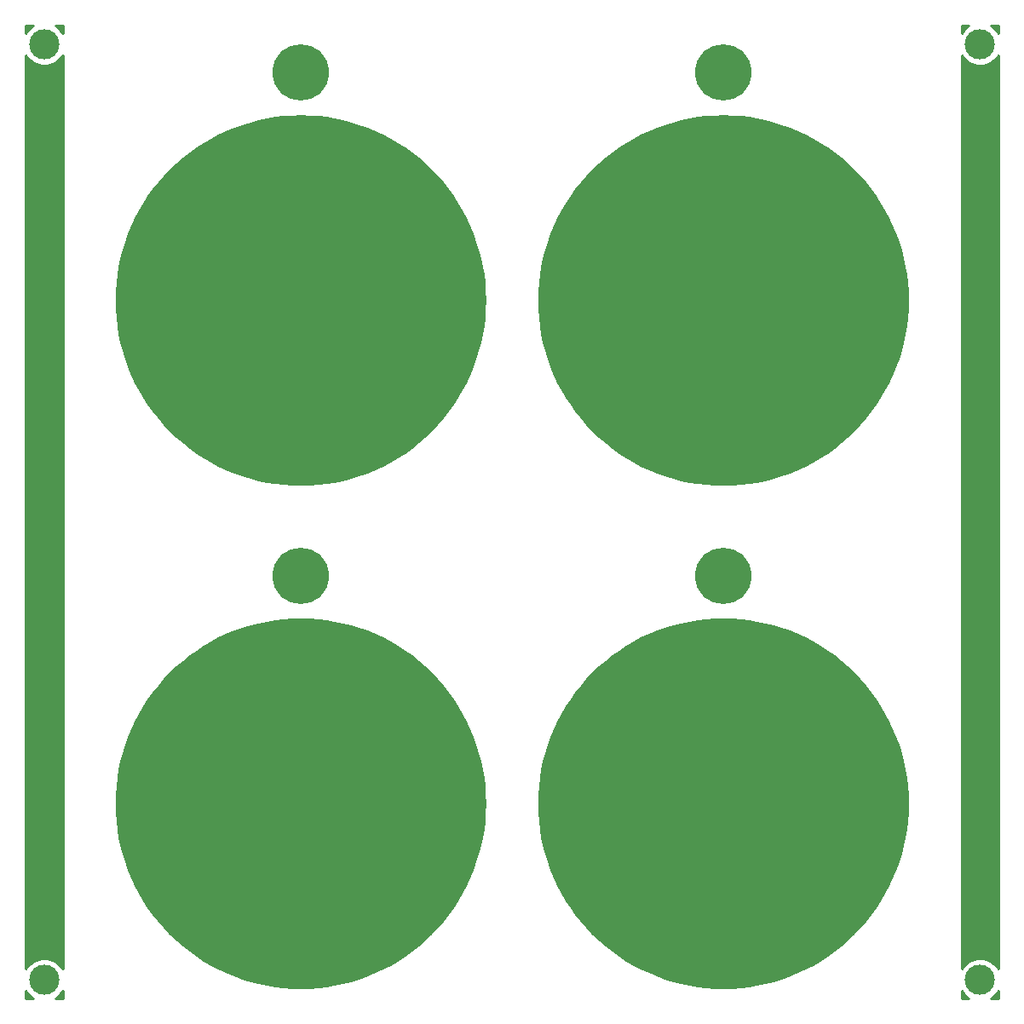
<source format=gbl>
%MOIN*%
%OFA0B0*%
%FSLAX46Y46*%
%IPPOS*%
%LPD*%
%ADD10C,0.22047244094488189*%
%ADD11C,0.01*%
%ADD22C,0.22047244094488189*%
%ADD23C,0.01*%
%ADD24C,0.22047244094488189*%
%ADD25C,0.01*%
%ADD26C,0.22047244094488189*%
%ADD27C,0.01*%
%ADD28C,0.11811023622047245*%
%ADD29C,0.01*%
%ADD30C,0.11811023622047245*%
%ADD31C,0.01*%
D10*
X-0004409448Y0007047244D02*
X0001140551Y0003687244D03*
D11*
G36*
X0001173803Y0003516474D02*
G01*
X0001206983Y0003514171D01*
X0001240024Y0003510338D01*
X0001272850Y0003504983D01*
X0001305394Y0003498118D01*
X0001337588Y0003489757D01*
X0001369360Y0003479918D01*
X0001400644Y0003468622D01*
X0001431373Y0003455894D01*
X0001461482Y0003441760D01*
X0001490905Y0003426250D01*
X0001519581Y0003409399D01*
X0001547448Y0003391241D01*
X0001574447Y0003371815D01*
X0001600519Y0003351163D01*
X0001625611Y0003329329D01*
X0001649667Y0003306360D01*
X0001672636Y0003282304D01*
X0001694470Y0003257212D01*
X0001715122Y0003231140D01*
X0001734548Y0003204141D01*
X0001752706Y0003176274D01*
X0001769557Y0003147598D01*
X0001785067Y0003118175D01*
X0001799201Y0003088066D01*
X0001811930Y0003057337D01*
X0001823225Y0003026053D01*
X0001833064Y0002994281D01*
X0001841425Y0002962087D01*
X0001848290Y0002929543D01*
X0001853645Y0002896716D01*
X0001857478Y0002863676D01*
X0001859781Y0002830496D01*
X0001860549Y0002797244D01*
X0001859781Y0002763992D01*
X0001857478Y0002730811D01*
X0001853645Y0002697771D01*
X0001848290Y0002664944D01*
X0001841425Y0002632400D01*
X0001833064Y0002600206D01*
X0001823225Y0002568435D01*
X0001811930Y0002537150D01*
X0001799201Y0002506421D01*
X0001785067Y0002476313D01*
X0001769557Y0002446889D01*
X0001752706Y0002418213D01*
X0001734548Y0002390346D01*
X0001715122Y0002363347D01*
X0001694470Y0002337275D01*
X0001672636Y0002312184D01*
X0001649667Y0002288128D01*
X0001625611Y0002265158D01*
X0001600519Y0002243324D01*
X0001574447Y0002222672D01*
X0001547448Y0002203246D01*
X0001519581Y0002185089D01*
X0001490905Y0002168237D01*
X0001461482Y0002152727D01*
X0001431373Y0002138593D01*
X0001400644Y0002125865D01*
X0001369360Y0002114569D01*
X0001337588Y0002104731D01*
X0001305394Y0002096369D01*
X0001272850Y0002089504D01*
X0001240024Y0002084149D01*
X0001206983Y0002080316D01*
X0001173803Y0002078013D01*
X0001140551Y0002077245D01*
X0001107299Y0002078013D01*
X0001074118Y0002080316D01*
X0001041078Y0002084149D01*
X0001008251Y0002089504D01*
X0000975707Y0002096369D01*
X0000943513Y0002104731D01*
X0000911742Y0002114569D01*
X0000880457Y0002125865D01*
X0000849728Y0002138593D01*
X0000819620Y0002152727D01*
X0000790196Y0002168237D01*
X0000761520Y0002185089D01*
X0000733653Y0002203246D01*
X0000706654Y0002222672D01*
X0000680582Y0002243324D01*
X0000655491Y0002265158D01*
X0000631435Y0002288128D01*
X0000608465Y0002312184D01*
X0000586631Y0002337275D01*
X0000565979Y0002363347D01*
X0000546553Y0002390346D01*
X0000528396Y0002418213D01*
X0000511544Y0002446889D01*
X0000496034Y0002476313D01*
X0000481900Y0002506421D01*
X0000469172Y0002537150D01*
X0000457876Y0002568435D01*
X0000448038Y0002600206D01*
X0000439676Y0002632400D01*
X0000432811Y0002664944D01*
X0000427457Y0002697771D01*
X0000423623Y0002730811D01*
X0000421320Y0002763992D01*
X0000420552Y0002797244D01*
X0000421320Y0002830496D01*
X0000423623Y0002863676D01*
X0000427457Y0002896716D01*
X0000432811Y0002929543D01*
X0000439676Y0002962087D01*
X0000448038Y0002994281D01*
X0000457876Y0003026053D01*
X0000469172Y0003057337D01*
X0000481900Y0003088066D01*
X0000496034Y0003118175D01*
X0000511544Y0003147598D01*
X0000528396Y0003176274D01*
X0000546553Y0003204141D01*
X0000565979Y0003231140D01*
X0000586631Y0003257212D01*
X0000608465Y0003282304D01*
X0000631435Y0003306360D01*
X0000655491Y0003329329D01*
X0000680582Y0003351163D01*
X0000706654Y0003371815D01*
X0000733653Y0003391241D01*
X0000761520Y0003409399D01*
X0000790196Y0003426250D01*
X0000819620Y0003441760D01*
X0000849728Y0003455894D01*
X0000880457Y0003468622D01*
X0000911742Y0003479918D01*
X0000943513Y0003489757D01*
X0000975707Y0003498118D01*
X0001008251Y0003504983D01*
X0001041078Y0003510338D01*
X0001074118Y0003514171D01*
X0001107299Y0003516474D01*
X0001140551Y0003517242D01*
X0001173803Y0003516474D01*
X0001173803Y0003516474D01*
G37*
X0001173803Y0003516474D02*
X0001206983Y0003514171D01*
X0001240024Y0003510338D01*
X0001272850Y0003504983D01*
X0001305394Y0003498118D01*
X0001337588Y0003489757D01*
X0001369360Y0003479918D01*
X0001400644Y0003468622D01*
X0001431373Y0003455894D01*
X0001461482Y0003441760D01*
X0001490905Y0003426250D01*
X0001519581Y0003409399D01*
X0001547448Y0003391241D01*
X0001574447Y0003371815D01*
X0001600519Y0003351163D01*
X0001625611Y0003329329D01*
X0001649667Y0003306360D01*
X0001672636Y0003282304D01*
X0001694470Y0003257212D01*
X0001715122Y0003231140D01*
X0001734548Y0003204141D01*
X0001752706Y0003176274D01*
X0001769557Y0003147598D01*
X0001785067Y0003118175D01*
X0001799201Y0003088066D01*
X0001811930Y0003057337D01*
X0001823225Y0003026053D01*
X0001833064Y0002994281D01*
X0001841425Y0002962087D01*
X0001848290Y0002929543D01*
X0001853645Y0002896716D01*
X0001857478Y0002863676D01*
X0001859781Y0002830496D01*
X0001860549Y0002797244D01*
X0001859781Y0002763992D01*
X0001857478Y0002730811D01*
X0001853645Y0002697771D01*
X0001848290Y0002664944D01*
X0001841425Y0002632400D01*
X0001833064Y0002600206D01*
X0001823225Y0002568435D01*
X0001811930Y0002537150D01*
X0001799201Y0002506421D01*
X0001785067Y0002476313D01*
X0001769557Y0002446889D01*
X0001752706Y0002418213D01*
X0001734548Y0002390346D01*
X0001715122Y0002363347D01*
X0001694470Y0002337275D01*
X0001672636Y0002312184D01*
X0001649667Y0002288128D01*
X0001625611Y0002265158D01*
X0001600519Y0002243324D01*
X0001574447Y0002222672D01*
X0001547448Y0002203246D01*
X0001519581Y0002185089D01*
X0001490905Y0002168237D01*
X0001461482Y0002152727D01*
X0001431373Y0002138593D01*
X0001400644Y0002125865D01*
X0001369360Y0002114569D01*
X0001337588Y0002104731D01*
X0001305394Y0002096369D01*
X0001272850Y0002089504D01*
X0001240024Y0002084149D01*
X0001206983Y0002080316D01*
X0001173803Y0002078013D01*
X0001140551Y0002077245D01*
X0001107299Y0002078013D01*
X0001074118Y0002080316D01*
X0001041078Y0002084149D01*
X0001008251Y0002089504D01*
X0000975707Y0002096369D01*
X0000943513Y0002104731D01*
X0000911742Y0002114569D01*
X0000880457Y0002125865D01*
X0000849728Y0002138593D01*
X0000819620Y0002152727D01*
X0000790196Y0002168237D01*
X0000761520Y0002185089D01*
X0000733653Y0002203246D01*
X0000706654Y0002222672D01*
X0000680582Y0002243324D01*
X0000655491Y0002265158D01*
X0000631435Y0002288128D01*
X0000608465Y0002312184D01*
X0000586631Y0002337275D01*
X0000565979Y0002363347D01*
X0000546553Y0002390346D01*
X0000528396Y0002418213D01*
X0000511544Y0002446889D01*
X0000496034Y0002476313D01*
X0000481900Y0002506421D01*
X0000469172Y0002537150D01*
X0000457876Y0002568435D01*
X0000448038Y0002600206D01*
X0000439676Y0002632400D01*
X0000432811Y0002664944D01*
X0000427457Y0002697771D01*
X0000423623Y0002730811D01*
X0000421320Y0002763992D01*
X0000420552Y0002797244D01*
X0000421320Y0002830496D01*
X0000423623Y0002863676D01*
X0000427457Y0002896716D01*
X0000432811Y0002929543D01*
X0000439676Y0002962087D01*
X0000448038Y0002994281D01*
X0000457876Y0003026053D01*
X0000469172Y0003057337D01*
X0000481900Y0003088066D01*
X0000496034Y0003118175D01*
X0000511544Y0003147598D01*
X0000528396Y0003176274D01*
X0000546553Y0003204141D01*
X0000565979Y0003231140D01*
X0000586631Y0003257212D01*
X0000608465Y0003282304D01*
X0000631435Y0003306360D01*
X0000655491Y0003329329D01*
X0000680582Y0003351163D01*
X0000706654Y0003371815D01*
X0000733653Y0003391241D01*
X0000761520Y0003409399D01*
X0000790196Y0003426250D01*
X0000819620Y0003441760D01*
X0000849728Y0003455894D01*
X0000880457Y0003468622D01*
X0000911742Y0003479918D01*
X0000943513Y0003489757D01*
X0000975707Y0003498118D01*
X0001008251Y0003504983D01*
X0001041078Y0003510338D01*
X0001074118Y0003514171D01*
X0001107299Y0003516474D01*
X0001140551Y0003517242D01*
X0001173803Y0003516474D01*
G04 next file*
G04 #@! TF.GenerationSoftware,KiCad,Pcbnew,(5.1.4)-1*
G04 #@! TF.CreationDate,2019-09-21T21:19:18-07:00*
G04 #@! TF.ProjectId,rudd_keychain_v2,72756464-5f6b-4657-9963-6861696e5f76,A*
G04 #@! TF.SameCoordinates,Original*
G04 #@! TF.FileFunction,Copper,L2,Bot*
G04 #@! TF.FilePolarity,Positive*
G04 Gerber Fmt 4.6, Leading zero omitted, Abs format (unit mm)*
G04 Created by KiCad (PCBNEW (5.1.4)-1) date 2019-09-21 21:19:18*
G04 APERTURE LIST*
G04 APERTURE END LIST*
D22*
X-0002755905Y0007047244D02*
X0002794094Y0003687244D03*
D23*
G36*
X0002827346Y0003516474D02*
G01*
X0002860527Y0003514171D01*
X0002893567Y0003510338D01*
X0002926393Y0003504983D01*
X0002958938Y0003498118D01*
X0002991132Y0003489757D01*
X0003022903Y0003479918D01*
X0003054187Y0003468622D01*
X0003084917Y0003455894D01*
X0003115025Y0003441760D01*
X0003144449Y0003426250D01*
X0003173125Y0003409399D01*
X0003200991Y0003391241D01*
X0003227990Y0003371815D01*
X0003254063Y0003351163D01*
X0003279154Y0003329329D01*
X0003303210Y0003306360D01*
X0003326179Y0003282304D01*
X0003348014Y0003257212D01*
X0003368665Y0003231140D01*
X0003388091Y0003204141D01*
X0003406249Y0003176274D01*
X0003423101Y0003147598D01*
X0003438610Y0003118175D01*
X0003452744Y0003088066D01*
X0003465473Y0003057337D01*
X0003476769Y0003026053D01*
X0003486607Y0002994281D01*
X0003494968Y0002962087D01*
X0003501833Y0002929543D01*
X0003507188Y0002896716D01*
X0003511021Y0002863676D01*
X0003513324Y0002830496D01*
X0003514093Y0002797244D01*
X0003513324Y0002763992D01*
X0003511021Y0002730811D01*
X0003507188Y0002697771D01*
X0003501833Y0002664944D01*
X0003494968Y0002632400D01*
X0003486607Y0002600206D01*
X0003476769Y0002568435D01*
X0003465473Y0002537150D01*
X0003452744Y0002506421D01*
X0003438610Y0002476313D01*
X0003423101Y0002446889D01*
X0003406249Y0002418213D01*
X0003388091Y0002390346D01*
X0003368665Y0002363347D01*
X0003348014Y0002337275D01*
X0003326179Y0002312184D01*
X0003303210Y0002288128D01*
X0003279154Y0002265158D01*
X0003254063Y0002243324D01*
X0003227990Y0002222672D01*
X0003200991Y0002203246D01*
X0003173125Y0002185089D01*
X0003144449Y0002168237D01*
X0003115025Y0002152727D01*
X0003084917Y0002138593D01*
X0003054187Y0002125865D01*
X0003022903Y0002114569D01*
X0002991132Y0002104731D01*
X0002958938Y0002096369D01*
X0002926393Y0002089504D01*
X0002893567Y0002084149D01*
X0002860527Y0002080316D01*
X0002827346Y0002078013D01*
X0002794094Y0002077245D01*
X0002760842Y0002078013D01*
X0002727661Y0002080316D01*
X0002694621Y0002084149D01*
X0002661795Y0002089504D01*
X0002629250Y0002096369D01*
X0002597056Y0002104731D01*
X0002565285Y0002114569D01*
X0002534001Y0002125865D01*
X0002503271Y0002138593D01*
X0002473163Y0002152727D01*
X0002443739Y0002168237D01*
X0002415063Y0002185089D01*
X0002387197Y0002203246D01*
X0002360198Y0002222672D01*
X0002334125Y0002243324D01*
X0002309034Y0002265158D01*
X0002284978Y0002288128D01*
X0002262009Y0002312184D01*
X0002240174Y0002337275D01*
X0002219523Y0002363347D01*
X0002200097Y0002390346D01*
X0002181939Y0002418213D01*
X0002165087Y0002446889D01*
X0002149578Y0002476313D01*
X0002135444Y0002506421D01*
X0002122715Y0002537150D01*
X0002111419Y0002568435D01*
X0002101581Y0002600206D01*
X0002093220Y0002632400D01*
X0002086355Y0002664944D01*
X0002081000Y0002697771D01*
X0002077167Y0002730811D01*
X0002074864Y0002763992D01*
X0002074095Y0002797244D01*
X0002074864Y0002830496D01*
X0002077167Y0002863676D01*
X0002081000Y0002896716D01*
X0002086355Y0002929543D01*
X0002093220Y0002962087D01*
X0002101581Y0002994281D01*
X0002111419Y0003026053D01*
X0002122715Y0003057337D01*
X0002135444Y0003088066D01*
X0002149578Y0003118175D01*
X0002165087Y0003147598D01*
X0002181939Y0003176274D01*
X0002200097Y0003204141D01*
X0002219523Y0003231140D01*
X0002240174Y0003257212D01*
X0002262009Y0003282304D01*
X0002284978Y0003306360D01*
X0002309034Y0003329329D01*
X0002334125Y0003351163D01*
X0002360198Y0003371815D01*
X0002387197Y0003391241D01*
X0002415063Y0003409399D01*
X0002443739Y0003426250D01*
X0002473163Y0003441760D01*
X0002503271Y0003455894D01*
X0002534001Y0003468622D01*
X0002565285Y0003479918D01*
X0002597056Y0003489757D01*
X0002629250Y0003498118D01*
X0002661795Y0003504983D01*
X0002694621Y0003510338D01*
X0002727661Y0003514171D01*
X0002760842Y0003516474D01*
X0002794094Y0003517242D01*
X0002827346Y0003516474D01*
X0002827346Y0003516474D01*
G37*
X0002827346Y0003516474D02*
X0002860527Y0003514171D01*
X0002893567Y0003510338D01*
X0002926393Y0003504983D01*
X0002958938Y0003498118D01*
X0002991132Y0003489757D01*
X0003022903Y0003479918D01*
X0003054187Y0003468622D01*
X0003084917Y0003455894D01*
X0003115025Y0003441760D01*
X0003144449Y0003426250D01*
X0003173125Y0003409399D01*
X0003200991Y0003391241D01*
X0003227990Y0003371815D01*
X0003254063Y0003351163D01*
X0003279154Y0003329329D01*
X0003303210Y0003306360D01*
X0003326179Y0003282304D01*
X0003348014Y0003257212D01*
X0003368665Y0003231140D01*
X0003388091Y0003204141D01*
X0003406249Y0003176274D01*
X0003423101Y0003147598D01*
X0003438610Y0003118175D01*
X0003452744Y0003088066D01*
X0003465473Y0003057337D01*
X0003476769Y0003026053D01*
X0003486607Y0002994281D01*
X0003494968Y0002962087D01*
X0003501833Y0002929543D01*
X0003507188Y0002896716D01*
X0003511021Y0002863676D01*
X0003513324Y0002830496D01*
X0003514093Y0002797244D01*
X0003513324Y0002763992D01*
X0003511021Y0002730811D01*
X0003507188Y0002697771D01*
X0003501833Y0002664944D01*
X0003494968Y0002632400D01*
X0003486607Y0002600206D01*
X0003476769Y0002568435D01*
X0003465473Y0002537150D01*
X0003452744Y0002506421D01*
X0003438610Y0002476313D01*
X0003423101Y0002446889D01*
X0003406249Y0002418213D01*
X0003388091Y0002390346D01*
X0003368665Y0002363347D01*
X0003348014Y0002337275D01*
X0003326179Y0002312184D01*
X0003303210Y0002288128D01*
X0003279154Y0002265158D01*
X0003254063Y0002243324D01*
X0003227990Y0002222672D01*
X0003200991Y0002203246D01*
X0003173125Y0002185089D01*
X0003144449Y0002168237D01*
X0003115025Y0002152727D01*
X0003084917Y0002138593D01*
X0003054187Y0002125865D01*
X0003022903Y0002114569D01*
X0002991132Y0002104731D01*
X0002958938Y0002096369D01*
X0002926393Y0002089504D01*
X0002893567Y0002084149D01*
X0002860527Y0002080316D01*
X0002827346Y0002078013D01*
X0002794094Y0002077245D01*
X0002760842Y0002078013D01*
X0002727661Y0002080316D01*
X0002694621Y0002084149D01*
X0002661795Y0002089504D01*
X0002629250Y0002096369D01*
X0002597056Y0002104731D01*
X0002565285Y0002114569D01*
X0002534001Y0002125865D01*
X0002503271Y0002138593D01*
X0002473163Y0002152727D01*
X0002443739Y0002168237D01*
X0002415063Y0002185089D01*
X0002387197Y0002203246D01*
X0002360198Y0002222672D01*
X0002334125Y0002243324D01*
X0002309034Y0002265158D01*
X0002284978Y0002288128D01*
X0002262009Y0002312184D01*
X0002240174Y0002337275D01*
X0002219523Y0002363347D01*
X0002200097Y0002390346D01*
X0002181939Y0002418213D01*
X0002165087Y0002446889D01*
X0002149578Y0002476313D01*
X0002135444Y0002506421D01*
X0002122715Y0002537150D01*
X0002111419Y0002568435D01*
X0002101581Y0002600206D01*
X0002093220Y0002632400D01*
X0002086355Y0002664944D01*
X0002081000Y0002697771D01*
X0002077167Y0002730811D01*
X0002074864Y0002763992D01*
X0002074095Y0002797244D01*
X0002074864Y0002830496D01*
X0002077167Y0002863676D01*
X0002081000Y0002896716D01*
X0002086355Y0002929543D01*
X0002093220Y0002962087D01*
X0002101581Y0002994281D01*
X0002111419Y0003026053D01*
X0002122715Y0003057337D01*
X0002135444Y0003088066D01*
X0002149578Y0003118175D01*
X0002165087Y0003147598D01*
X0002181939Y0003176274D01*
X0002200097Y0003204141D01*
X0002219523Y0003231140D01*
X0002240174Y0003257212D01*
X0002262009Y0003282304D01*
X0002284978Y0003306360D01*
X0002309034Y0003329329D01*
X0002334125Y0003351163D01*
X0002360198Y0003371815D01*
X0002387197Y0003391241D01*
X0002415063Y0003409399D01*
X0002443739Y0003426250D01*
X0002473163Y0003441760D01*
X0002503271Y0003455894D01*
X0002534001Y0003468622D01*
X0002565285Y0003479918D01*
X0002597056Y0003489757D01*
X0002629250Y0003498118D01*
X0002661795Y0003504983D01*
X0002694621Y0003510338D01*
X0002727661Y0003514171D01*
X0002760842Y0003516474D01*
X0002794094Y0003517242D01*
X0002827346Y0003516474D01*
G04 next file*
G04 #@! TF.GenerationSoftware,KiCad,Pcbnew,(5.1.4)-1*
G04 #@! TF.CreationDate,2019-09-21T21:19:18-07:00*
G04 #@! TF.ProjectId,rudd_keychain_v2,72756464-5f6b-4657-9963-6861696e5f76,A*
G04 #@! TF.SameCoordinates,Original*
G04 #@! TF.FileFunction,Copper,L2,Bot*
G04 #@! TF.FilePolarity,Positive*
G04 Gerber Fmt 4.6, Leading zero omitted, Abs format (unit mm)*
G04 Created by KiCad (PCBNEW (5.1.4)-1) date 2019-09-21 21:19:18*
G04 APERTURE LIST*
G04 APERTURE END LIST*
D24*
X-0004409448Y0005078740D02*
X0001140551Y0001718740D03*
D25*
G36*
X0001173803Y0001547970D02*
G01*
X0001206983Y0001545667D01*
X0001240024Y0001541834D01*
X0001272850Y0001536479D01*
X0001305394Y0001529614D01*
X0001337588Y0001521253D01*
X0001369360Y0001511414D01*
X0001400644Y0001500119D01*
X0001431373Y0001487390D01*
X0001461482Y0001473256D01*
X0001490905Y0001457746D01*
X0001519581Y0001440895D01*
X0001547448Y0001422737D01*
X0001574447Y0001403311D01*
X0001600519Y0001382659D01*
X0001625611Y0001360825D01*
X0001649667Y0001337856D01*
X0001672636Y0001313800D01*
X0001694470Y0001288708D01*
X0001715122Y0001262636D01*
X0001734548Y0001235637D01*
X0001752706Y0001207770D01*
X0001769557Y0001179094D01*
X0001785067Y0001149671D01*
X0001799201Y0001119562D01*
X0001811930Y0001088833D01*
X0001823225Y0001057549D01*
X0001833064Y0001025777D01*
X0001841425Y0000993583D01*
X0001848290Y0000961039D01*
X0001853645Y0000928212D01*
X0001857478Y0000895172D01*
X0001859781Y0000861992D01*
X0001860549Y0000828740D01*
X0001859781Y0000795488D01*
X0001857478Y0000762307D01*
X0001853645Y0000729267D01*
X0001848290Y0000696440D01*
X0001841425Y0000663896D01*
X0001833064Y0000631702D01*
X0001823225Y0000599931D01*
X0001811930Y0000568647D01*
X0001799201Y0000537917D01*
X0001785067Y0000507809D01*
X0001769557Y0000478385D01*
X0001752706Y0000449709D01*
X0001734548Y0000421842D01*
X0001715122Y0000394843D01*
X0001694470Y0000368771D01*
X0001672636Y0000343680D01*
X0001649667Y0000319624D01*
X0001625611Y0000296654D01*
X0001600519Y0000274820D01*
X0001574447Y0000254168D01*
X0001547448Y0000234742D01*
X0001519581Y0000216585D01*
X0001490905Y0000199733D01*
X0001461482Y0000184223D01*
X0001431373Y0000170089D01*
X0001400644Y0000157361D01*
X0001369360Y0000146065D01*
X0001337588Y0000136227D01*
X0001305394Y0000127865D01*
X0001272850Y0000121000D01*
X0001240024Y0000115646D01*
X0001206983Y0000111812D01*
X0001173803Y0000109509D01*
X0001140551Y0000108741D01*
X0001107299Y0000109509D01*
X0001074118Y0000111812D01*
X0001041078Y0000115646D01*
X0001008251Y0000121000D01*
X0000975707Y0000127865D01*
X0000943513Y0000136227D01*
X0000911742Y0000146065D01*
X0000880457Y0000157361D01*
X0000849728Y0000170089D01*
X0000819620Y0000184223D01*
X0000790196Y0000199733D01*
X0000761520Y0000216585D01*
X0000733653Y0000234742D01*
X0000706654Y0000254168D01*
X0000680582Y0000274820D01*
X0000655491Y0000296654D01*
X0000631435Y0000319624D01*
X0000608465Y0000343680D01*
X0000586631Y0000368771D01*
X0000565979Y0000394843D01*
X0000546553Y0000421842D01*
X0000528396Y0000449709D01*
X0000511544Y0000478385D01*
X0000496034Y0000507809D01*
X0000481900Y0000537917D01*
X0000469172Y0000568647D01*
X0000457876Y0000599931D01*
X0000448038Y0000631702D01*
X0000439676Y0000663896D01*
X0000432811Y0000696440D01*
X0000427457Y0000729267D01*
X0000423623Y0000762307D01*
X0000421320Y0000795488D01*
X0000420552Y0000828740D01*
X0000421320Y0000861992D01*
X0000423623Y0000895172D01*
X0000427457Y0000928212D01*
X0000432811Y0000961039D01*
X0000439676Y0000993583D01*
X0000448038Y0001025777D01*
X0000457876Y0001057549D01*
X0000469172Y0001088833D01*
X0000481900Y0001119562D01*
X0000496034Y0001149671D01*
X0000511544Y0001179094D01*
X0000528396Y0001207770D01*
X0000546553Y0001235637D01*
X0000565979Y0001262636D01*
X0000586631Y0001288708D01*
X0000608465Y0001313800D01*
X0000631435Y0001337856D01*
X0000655491Y0001360825D01*
X0000680582Y0001382659D01*
X0000706654Y0001403311D01*
X0000733653Y0001422737D01*
X0000761520Y0001440895D01*
X0000790196Y0001457746D01*
X0000819620Y0001473256D01*
X0000849728Y0001487390D01*
X0000880457Y0001500119D01*
X0000911742Y0001511414D01*
X0000943513Y0001521253D01*
X0000975707Y0001529614D01*
X0001008251Y0001536479D01*
X0001041078Y0001541834D01*
X0001074118Y0001545667D01*
X0001107299Y0001547970D01*
X0001140551Y0001548738D01*
X0001173803Y0001547970D01*
X0001173803Y0001547970D01*
G37*
X0001173803Y0001547970D02*
X0001206983Y0001545667D01*
X0001240024Y0001541834D01*
X0001272850Y0001536479D01*
X0001305394Y0001529614D01*
X0001337588Y0001521253D01*
X0001369360Y0001511414D01*
X0001400644Y0001500119D01*
X0001431373Y0001487390D01*
X0001461482Y0001473256D01*
X0001490905Y0001457746D01*
X0001519581Y0001440895D01*
X0001547448Y0001422737D01*
X0001574447Y0001403311D01*
X0001600519Y0001382659D01*
X0001625611Y0001360825D01*
X0001649667Y0001337856D01*
X0001672636Y0001313800D01*
X0001694470Y0001288708D01*
X0001715122Y0001262636D01*
X0001734548Y0001235637D01*
X0001752706Y0001207770D01*
X0001769557Y0001179094D01*
X0001785067Y0001149671D01*
X0001799201Y0001119562D01*
X0001811930Y0001088833D01*
X0001823225Y0001057549D01*
X0001833064Y0001025777D01*
X0001841425Y0000993583D01*
X0001848290Y0000961039D01*
X0001853645Y0000928212D01*
X0001857478Y0000895172D01*
X0001859781Y0000861992D01*
X0001860549Y0000828740D01*
X0001859781Y0000795488D01*
X0001857478Y0000762307D01*
X0001853645Y0000729267D01*
X0001848290Y0000696440D01*
X0001841425Y0000663896D01*
X0001833064Y0000631702D01*
X0001823225Y0000599931D01*
X0001811930Y0000568647D01*
X0001799201Y0000537917D01*
X0001785067Y0000507809D01*
X0001769557Y0000478385D01*
X0001752706Y0000449709D01*
X0001734548Y0000421842D01*
X0001715122Y0000394843D01*
X0001694470Y0000368771D01*
X0001672636Y0000343680D01*
X0001649667Y0000319624D01*
X0001625611Y0000296654D01*
X0001600519Y0000274820D01*
X0001574447Y0000254168D01*
X0001547448Y0000234742D01*
X0001519581Y0000216585D01*
X0001490905Y0000199733D01*
X0001461482Y0000184223D01*
X0001431373Y0000170089D01*
X0001400644Y0000157361D01*
X0001369360Y0000146065D01*
X0001337588Y0000136227D01*
X0001305394Y0000127865D01*
X0001272850Y0000121000D01*
X0001240024Y0000115646D01*
X0001206983Y0000111812D01*
X0001173803Y0000109509D01*
X0001140551Y0000108741D01*
X0001107299Y0000109509D01*
X0001074118Y0000111812D01*
X0001041078Y0000115646D01*
X0001008251Y0000121000D01*
X0000975707Y0000127865D01*
X0000943513Y0000136227D01*
X0000911742Y0000146065D01*
X0000880457Y0000157361D01*
X0000849728Y0000170089D01*
X0000819620Y0000184223D01*
X0000790196Y0000199733D01*
X0000761520Y0000216585D01*
X0000733653Y0000234742D01*
X0000706654Y0000254168D01*
X0000680582Y0000274820D01*
X0000655491Y0000296654D01*
X0000631435Y0000319624D01*
X0000608465Y0000343680D01*
X0000586631Y0000368771D01*
X0000565979Y0000394843D01*
X0000546553Y0000421842D01*
X0000528396Y0000449709D01*
X0000511544Y0000478385D01*
X0000496034Y0000507809D01*
X0000481900Y0000537917D01*
X0000469172Y0000568647D01*
X0000457876Y0000599931D01*
X0000448038Y0000631702D01*
X0000439676Y0000663896D01*
X0000432811Y0000696440D01*
X0000427457Y0000729267D01*
X0000423623Y0000762307D01*
X0000421320Y0000795488D01*
X0000420552Y0000828740D01*
X0000421320Y0000861992D01*
X0000423623Y0000895172D01*
X0000427457Y0000928212D01*
X0000432811Y0000961039D01*
X0000439676Y0000993583D01*
X0000448038Y0001025777D01*
X0000457876Y0001057549D01*
X0000469172Y0001088833D01*
X0000481900Y0001119562D01*
X0000496034Y0001149671D01*
X0000511544Y0001179094D01*
X0000528396Y0001207770D01*
X0000546553Y0001235637D01*
X0000565979Y0001262636D01*
X0000586631Y0001288708D01*
X0000608465Y0001313800D01*
X0000631435Y0001337856D01*
X0000655491Y0001360825D01*
X0000680582Y0001382659D01*
X0000706654Y0001403311D01*
X0000733653Y0001422737D01*
X0000761520Y0001440895D01*
X0000790196Y0001457746D01*
X0000819620Y0001473256D01*
X0000849728Y0001487390D01*
X0000880457Y0001500119D01*
X0000911742Y0001511414D01*
X0000943513Y0001521253D01*
X0000975707Y0001529614D01*
X0001008251Y0001536479D01*
X0001041078Y0001541834D01*
X0001074118Y0001545667D01*
X0001107299Y0001547970D01*
X0001140551Y0001548738D01*
X0001173803Y0001547970D01*
G04 next file*
G04 #@! TF.GenerationSoftware,KiCad,Pcbnew,(5.1.4)-1*
G04 #@! TF.CreationDate,2019-09-21T21:19:18-07:00*
G04 #@! TF.ProjectId,rudd_keychain_v2,72756464-5f6b-4657-9963-6861696e5f76,A*
G04 #@! TF.SameCoordinates,Original*
G04 #@! TF.FileFunction,Copper,L2,Bot*
G04 #@! TF.FilePolarity,Positive*
G04 Gerber Fmt 4.6, Leading zero omitted, Abs format (unit mm)*
G04 Created by KiCad (PCBNEW (5.1.4)-1) date 2019-09-21 21:19:18*
G04 APERTURE LIST*
G04 APERTURE END LIST*
D26*
X-0002755905Y0005078740D02*
X0002794094Y0001718740D03*
D27*
G36*
X0002827346Y0001547970D02*
G01*
X0002860527Y0001545667D01*
X0002893567Y0001541834D01*
X0002926393Y0001536479D01*
X0002958938Y0001529614D01*
X0002991132Y0001521253D01*
X0003022903Y0001511414D01*
X0003054187Y0001500119D01*
X0003084917Y0001487390D01*
X0003115025Y0001473256D01*
X0003144449Y0001457746D01*
X0003173125Y0001440895D01*
X0003200991Y0001422737D01*
X0003227990Y0001403311D01*
X0003254063Y0001382659D01*
X0003279154Y0001360825D01*
X0003303210Y0001337856D01*
X0003326179Y0001313800D01*
X0003348014Y0001288708D01*
X0003368665Y0001262636D01*
X0003388091Y0001235637D01*
X0003406249Y0001207770D01*
X0003423101Y0001179094D01*
X0003438610Y0001149671D01*
X0003452744Y0001119562D01*
X0003465473Y0001088833D01*
X0003476769Y0001057549D01*
X0003486607Y0001025777D01*
X0003494968Y0000993583D01*
X0003501833Y0000961039D01*
X0003507188Y0000928212D01*
X0003511021Y0000895172D01*
X0003513324Y0000861992D01*
X0003514093Y0000828740D01*
X0003513324Y0000795488D01*
X0003511021Y0000762307D01*
X0003507188Y0000729267D01*
X0003501833Y0000696440D01*
X0003494968Y0000663896D01*
X0003486607Y0000631702D01*
X0003476769Y0000599931D01*
X0003465473Y0000568647D01*
X0003452744Y0000537917D01*
X0003438610Y0000507809D01*
X0003423101Y0000478385D01*
X0003406249Y0000449709D01*
X0003388091Y0000421842D01*
X0003368665Y0000394843D01*
X0003348014Y0000368771D01*
X0003326179Y0000343680D01*
X0003303210Y0000319624D01*
X0003279154Y0000296654D01*
X0003254063Y0000274820D01*
X0003227990Y0000254168D01*
X0003200991Y0000234742D01*
X0003173125Y0000216585D01*
X0003144449Y0000199733D01*
X0003115025Y0000184223D01*
X0003084917Y0000170089D01*
X0003054187Y0000157361D01*
X0003022903Y0000146065D01*
X0002991132Y0000136227D01*
X0002958938Y0000127865D01*
X0002926393Y0000121000D01*
X0002893567Y0000115646D01*
X0002860527Y0000111812D01*
X0002827346Y0000109509D01*
X0002794094Y0000108741D01*
X0002760842Y0000109509D01*
X0002727661Y0000111812D01*
X0002694621Y0000115646D01*
X0002661795Y0000121000D01*
X0002629250Y0000127865D01*
X0002597056Y0000136227D01*
X0002565285Y0000146065D01*
X0002534001Y0000157361D01*
X0002503271Y0000170089D01*
X0002473163Y0000184223D01*
X0002443739Y0000199733D01*
X0002415063Y0000216585D01*
X0002387197Y0000234742D01*
X0002360198Y0000254168D01*
X0002334125Y0000274820D01*
X0002309034Y0000296654D01*
X0002284978Y0000319624D01*
X0002262009Y0000343680D01*
X0002240174Y0000368771D01*
X0002219523Y0000394843D01*
X0002200097Y0000421842D01*
X0002181939Y0000449709D01*
X0002165087Y0000478385D01*
X0002149578Y0000507809D01*
X0002135444Y0000537917D01*
X0002122715Y0000568647D01*
X0002111419Y0000599931D01*
X0002101581Y0000631702D01*
X0002093220Y0000663896D01*
X0002086355Y0000696440D01*
X0002081000Y0000729267D01*
X0002077167Y0000762307D01*
X0002074864Y0000795488D01*
X0002074095Y0000828740D01*
X0002074864Y0000861992D01*
X0002077167Y0000895172D01*
X0002081000Y0000928212D01*
X0002086355Y0000961039D01*
X0002093220Y0000993583D01*
X0002101581Y0001025777D01*
X0002111419Y0001057549D01*
X0002122715Y0001088833D01*
X0002135444Y0001119562D01*
X0002149578Y0001149671D01*
X0002165087Y0001179094D01*
X0002181939Y0001207770D01*
X0002200097Y0001235637D01*
X0002219523Y0001262636D01*
X0002240174Y0001288708D01*
X0002262009Y0001313800D01*
X0002284978Y0001337856D01*
X0002309034Y0001360825D01*
X0002334125Y0001382659D01*
X0002360198Y0001403311D01*
X0002387197Y0001422737D01*
X0002415063Y0001440895D01*
X0002443739Y0001457746D01*
X0002473163Y0001473256D01*
X0002503271Y0001487390D01*
X0002534001Y0001500119D01*
X0002565285Y0001511414D01*
X0002597056Y0001521253D01*
X0002629250Y0001529614D01*
X0002661795Y0001536479D01*
X0002694621Y0001541834D01*
X0002727661Y0001545667D01*
X0002760842Y0001547970D01*
X0002794094Y0001548738D01*
X0002827346Y0001547970D01*
X0002827346Y0001547970D01*
G37*
X0002827346Y0001547970D02*
X0002860527Y0001545667D01*
X0002893567Y0001541834D01*
X0002926393Y0001536479D01*
X0002958938Y0001529614D01*
X0002991132Y0001521253D01*
X0003022903Y0001511414D01*
X0003054187Y0001500119D01*
X0003084917Y0001487390D01*
X0003115025Y0001473256D01*
X0003144449Y0001457746D01*
X0003173125Y0001440895D01*
X0003200991Y0001422737D01*
X0003227990Y0001403311D01*
X0003254063Y0001382659D01*
X0003279154Y0001360825D01*
X0003303210Y0001337856D01*
X0003326179Y0001313800D01*
X0003348014Y0001288708D01*
X0003368665Y0001262636D01*
X0003388091Y0001235637D01*
X0003406249Y0001207770D01*
X0003423101Y0001179094D01*
X0003438610Y0001149671D01*
X0003452744Y0001119562D01*
X0003465473Y0001088833D01*
X0003476769Y0001057549D01*
X0003486607Y0001025777D01*
X0003494968Y0000993583D01*
X0003501833Y0000961039D01*
X0003507188Y0000928212D01*
X0003511021Y0000895172D01*
X0003513324Y0000861992D01*
X0003514093Y0000828740D01*
X0003513324Y0000795488D01*
X0003511021Y0000762307D01*
X0003507188Y0000729267D01*
X0003501833Y0000696440D01*
X0003494968Y0000663896D01*
X0003486607Y0000631702D01*
X0003476769Y0000599931D01*
X0003465473Y0000568647D01*
X0003452744Y0000537917D01*
X0003438610Y0000507809D01*
X0003423101Y0000478385D01*
X0003406249Y0000449709D01*
X0003388091Y0000421842D01*
X0003368665Y0000394843D01*
X0003348014Y0000368771D01*
X0003326179Y0000343680D01*
X0003303210Y0000319624D01*
X0003279154Y0000296654D01*
X0003254063Y0000274820D01*
X0003227990Y0000254168D01*
X0003200991Y0000234742D01*
X0003173125Y0000216585D01*
X0003144449Y0000199733D01*
X0003115025Y0000184223D01*
X0003084917Y0000170089D01*
X0003054187Y0000157361D01*
X0003022903Y0000146065D01*
X0002991132Y0000136227D01*
X0002958938Y0000127865D01*
X0002926393Y0000121000D01*
X0002893567Y0000115646D01*
X0002860527Y0000111812D01*
X0002827346Y0000109509D01*
X0002794094Y0000108741D01*
X0002760842Y0000109509D01*
X0002727661Y0000111812D01*
X0002694621Y0000115646D01*
X0002661795Y0000121000D01*
X0002629250Y0000127865D01*
X0002597056Y0000136227D01*
X0002565285Y0000146065D01*
X0002534001Y0000157361D01*
X0002503271Y0000170089D01*
X0002473163Y0000184223D01*
X0002443739Y0000199733D01*
X0002415063Y0000216585D01*
X0002387197Y0000234742D01*
X0002360198Y0000254168D01*
X0002334125Y0000274820D01*
X0002309034Y0000296654D01*
X0002284978Y0000319624D01*
X0002262009Y0000343680D01*
X0002240174Y0000368771D01*
X0002219523Y0000394843D01*
X0002200097Y0000421842D01*
X0002181939Y0000449709D01*
X0002165087Y0000478385D01*
X0002149578Y0000507809D01*
X0002135444Y0000537917D01*
X0002122715Y0000568647D01*
X0002111419Y0000599931D01*
X0002101581Y0000631702D01*
X0002093220Y0000663896D01*
X0002086355Y0000696440D01*
X0002081000Y0000729267D01*
X0002077167Y0000762307D01*
X0002074864Y0000795488D01*
X0002074095Y0000828740D01*
X0002074864Y0000861992D01*
X0002077167Y0000895172D01*
X0002081000Y0000928212D01*
X0002086355Y0000961039D01*
X0002093220Y0000993583D01*
X0002101581Y0001025777D01*
X0002111419Y0001057549D01*
X0002122715Y0001088833D01*
X0002135444Y0001119562D01*
X0002149578Y0001149671D01*
X0002165087Y0001179094D01*
X0002181939Y0001207770D01*
X0002200097Y0001235637D01*
X0002219523Y0001262636D01*
X0002240174Y0001288708D01*
X0002262009Y0001313800D01*
X0002284978Y0001337856D01*
X0002309034Y0001360825D01*
X0002334125Y0001382659D01*
X0002360198Y0001403311D01*
X0002387197Y0001422737D01*
X0002415063Y0001440895D01*
X0002443739Y0001457746D01*
X0002473163Y0001473256D01*
X0002503271Y0001487390D01*
X0002534001Y0001500119D01*
X0002565285Y0001511414D01*
X0002597056Y0001521253D01*
X0002629250Y0001529614D01*
X0002661795Y0001536479D01*
X0002694621Y0001541834D01*
X0002727661Y0001545667D01*
X0002760842Y0001547970D01*
X0002794094Y0001548738D01*
X0002827346Y0001547970D01*
G04 next file*
G04 #@! TF.GenerationSoftware,KiCad,Pcbnew,(5.1.4)-1*
G04 #@! TF.CreationDate,2019-09-21T21:17:57-07:00*
G04 #@! TF.ProjectId,rudd-small-frame-A,72756464-2d73-46d6-916c-6c2d6672616d,rev?*
G04 #@! TF.SameCoordinates,Original*
G04 #@! TF.FileFunction,Copper,L2,Bot*
G04 #@! TF.FilePolarity,Positive*
G04 Gerber Fmt 4.6, Leading zero omitted, Abs format (unit mm)*
G04 Created by KiCad (PCBNEW (5.1.4)-1) date 2019-09-21 21:17:57*
G04 APERTURE LIST*
G04 APERTURE END LIST*
D28*
X-0002007874Y0005866141D02*
X0003799212Y0000137795D03*
X0003799212Y0003799212D03*
D29*
G36*
X0003733922Y0000084213D02*
G01*
X0003745630Y0000072505D01*
X0003756332Y0000065354D01*
X0003726771Y0000065354D01*
X0003726771Y0000094915D01*
X0003733922Y0000084213D01*
X0003733922Y0000084213D01*
G37*
X0003733922Y0000084213D02*
X0003745630Y0000072505D01*
X0003756332Y0000065354D01*
X0003726771Y0000065354D01*
X0003726771Y0000094915D01*
X0003733922Y0000084213D01*
G36*
X0003871653Y0000065354D02*
G01*
X0003842092Y0000065354D01*
X0003852794Y0000072505D01*
X0003864502Y0000084213D01*
X0003871653Y0000094915D01*
X0003871653Y0000065354D01*
X0003871653Y0000065354D01*
G37*
X0003871653Y0000065354D02*
X0003842092Y0000065354D01*
X0003852794Y0000072505D01*
X0003864502Y0000084213D01*
X0003871653Y0000094915D01*
X0003871653Y0000065354D01*
G36*
X0003871653Y0000180674D02*
G01*
X0003864502Y0000191377D01*
X0003852794Y0000203085D01*
X0003839027Y0000212283D01*
X0003823730Y0000218620D01*
X0003807491Y0000221850D01*
X0003790933Y0000221850D01*
X0003774694Y0000218620D01*
X0003759397Y0000212283D01*
X0003745630Y0000203085D01*
X0003733922Y0000191377D01*
X0003726771Y0000180674D01*
X0003726771Y0003756332D01*
X0003733922Y0003745630D01*
X0003745630Y0003733922D01*
X0003759397Y0003724723D01*
X0003774694Y0003718387D01*
X0003790933Y0003715157D01*
X0003807491Y0003715157D01*
X0003823730Y0003718387D01*
X0003839027Y0003724723D01*
X0003852794Y0003733922D01*
X0003864502Y0003745630D01*
X0003871653Y0003756332D01*
X0003871653Y0000180674D01*
X0003871653Y0000180674D01*
G37*
X0003871653Y0000180674D02*
X0003864502Y0000191377D01*
X0003852794Y0000203085D01*
X0003839027Y0000212283D01*
X0003823730Y0000218620D01*
X0003807491Y0000221850D01*
X0003790933Y0000221850D01*
X0003774694Y0000218620D01*
X0003759397Y0000212283D01*
X0003745630Y0000203085D01*
X0003733922Y0000191377D01*
X0003726771Y0000180674D01*
X0003726771Y0003756332D01*
X0003733922Y0003745630D01*
X0003745630Y0003733922D01*
X0003759397Y0003724723D01*
X0003774694Y0003718387D01*
X0003790933Y0003715157D01*
X0003807491Y0003715157D01*
X0003823730Y0003718387D01*
X0003839027Y0003724723D01*
X0003852794Y0003733922D01*
X0003864502Y0003745630D01*
X0003871653Y0003756332D01*
X0003871653Y0000180674D01*
G36*
X0003745630Y0003864502D02*
G01*
X0003733922Y0003852794D01*
X0003726771Y0003842092D01*
X0003726771Y0003871653D01*
X0003756332Y0003871653D01*
X0003745630Y0003864502D01*
X0003745630Y0003864502D01*
G37*
X0003745630Y0003864502D02*
X0003733922Y0003852794D01*
X0003726771Y0003842092D01*
X0003726771Y0003871653D01*
X0003756332Y0003871653D01*
X0003745630Y0003864502D01*
G36*
X0003871653Y0003842092D02*
G01*
X0003864502Y0003852794D01*
X0003852794Y0003864502D01*
X0003842092Y0003871653D01*
X0003871653Y0003871653D01*
X0003871653Y0003842092D01*
X0003871653Y0003842092D01*
G37*
X0003871653Y0003842092D02*
X0003864502Y0003852794D01*
X0003852794Y0003864502D01*
X0003842092Y0003871653D01*
X0003871653Y0003871653D01*
X0003871653Y0003842092D01*
G04 next file*
G04 #@! TF.GenerationSoftware,KiCad,Pcbnew,(5.1.4)-1*
G04 #@! TF.CreationDate,2019-09-21T21:16:59-07:00*
G04 #@! TF.ProjectId,rudd-small-frame-B,72756464-2d73-46d6-916c-6c2d6672616d,rev?*
G04 #@! TF.SameCoordinates,Original*
G04 #@! TF.FileFunction,Copper,L2,Bot*
G04 #@! TF.FilePolarity,Positive*
G04 Gerber Fmt 4.6, Leading zero omitted, Abs format (unit mm)*
G04 Created by KiCad (PCBNEW (5.1.4)-1) date 2019-09-21 21:16:59*
G04 APERTURE LIST*
G04 APERTURE END LIST*
D30*
X-0005669291Y0005669291D02*
X0000137795Y0000137795D03*
X0000137795Y0003799212D03*
D31*
G36*
X0000072505Y0000084213D02*
G01*
X0000084213Y0000072505D01*
X0000094915Y0000065354D01*
X0000065354Y0000065354D01*
X0000065354Y0000094915D01*
X0000072505Y0000084213D01*
X0000072505Y0000084213D01*
G37*
X0000072505Y0000084213D02*
X0000084213Y0000072505D01*
X0000094915Y0000065354D01*
X0000065354Y0000065354D01*
X0000065354Y0000094915D01*
X0000072505Y0000084213D01*
G36*
X0000210236Y0000065354D02*
G01*
X0000180674Y0000065354D01*
X0000191377Y0000072505D01*
X0000203085Y0000084213D01*
X0000210236Y0000094915D01*
X0000210236Y0000065354D01*
X0000210236Y0000065354D01*
G37*
X0000210236Y0000065354D02*
X0000180674Y0000065354D01*
X0000191377Y0000072505D01*
X0000203085Y0000084213D01*
X0000210236Y0000094915D01*
X0000210236Y0000065354D01*
G36*
X0000210236Y0000180674D02*
G01*
X0000203085Y0000191377D01*
X0000191377Y0000203085D01*
X0000177610Y0000212283D01*
X0000162313Y0000218620D01*
X0000146073Y0000221850D01*
X0000129516Y0000221850D01*
X0000113277Y0000218620D01*
X0000097980Y0000212283D01*
X0000084213Y0000203085D01*
X0000072505Y0000191377D01*
X0000065354Y0000180674D01*
X0000065354Y0003756332D01*
X0000072505Y0003745630D01*
X0000084213Y0003733922D01*
X0000097980Y0003724723D01*
X0000113277Y0003718387D01*
X0000129516Y0003715157D01*
X0000146073Y0003715157D01*
X0000162313Y0003718387D01*
X0000177610Y0003724723D01*
X0000191377Y0003733922D01*
X0000203085Y0003745630D01*
X0000210236Y0003756332D01*
X0000210236Y0000180674D01*
X0000210236Y0000180674D01*
G37*
X0000210236Y0000180674D02*
X0000203085Y0000191377D01*
X0000191377Y0000203085D01*
X0000177610Y0000212283D01*
X0000162313Y0000218620D01*
X0000146073Y0000221850D01*
X0000129516Y0000221850D01*
X0000113277Y0000218620D01*
X0000097980Y0000212283D01*
X0000084213Y0000203085D01*
X0000072505Y0000191377D01*
X0000065354Y0000180674D01*
X0000065354Y0003756332D01*
X0000072505Y0003745630D01*
X0000084213Y0003733922D01*
X0000097980Y0003724723D01*
X0000113277Y0003718387D01*
X0000129516Y0003715157D01*
X0000146073Y0003715157D01*
X0000162313Y0003718387D01*
X0000177610Y0003724723D01*
X0000191377Y0003733922D01*
X0000203085Y0003745630D01*
X0000210236Y0003756332D01*
X0000210236Y0000180674D01*
G36*
X0000084213Y0003864502D02*
G01*
X0000072505Y0003852794D01*
X0000065354Y0003842092D01*
X0000065354Y0003871653D01*
X0000094915Y0003871653D01*
X0000084213Y0003864502D01*
X0000084213Y0003864502D01*
G37*
X0000084213Y0003864502D02*
X0000072505Y0003852794D01*
X0000065354Y0003842092D01*
X0000065354Y0003871653D01*
X0000094915Y0003871653D01*
X0000084213Y0003864502D01*
G36*
X0000210236Y0003842092D02*
G01*
X0000203085Y0003852794D01*
X0000191377Y0003864502D01*
X0000180674Y0003871653D01*
X0000210236Y0003871653D01*
X0000210236Y0003842092D01*
X0000210236Y0003842092D01*
G37*
X0000210236Y0003842092D02*
X0000203085Y0003852794D01*
X0000191377Y0003864502D01*
X0000180674Y0003871653D01*
X0000210236Y0003871653D01*
X0000210236Y0003842092D01*
M02*
</source>
